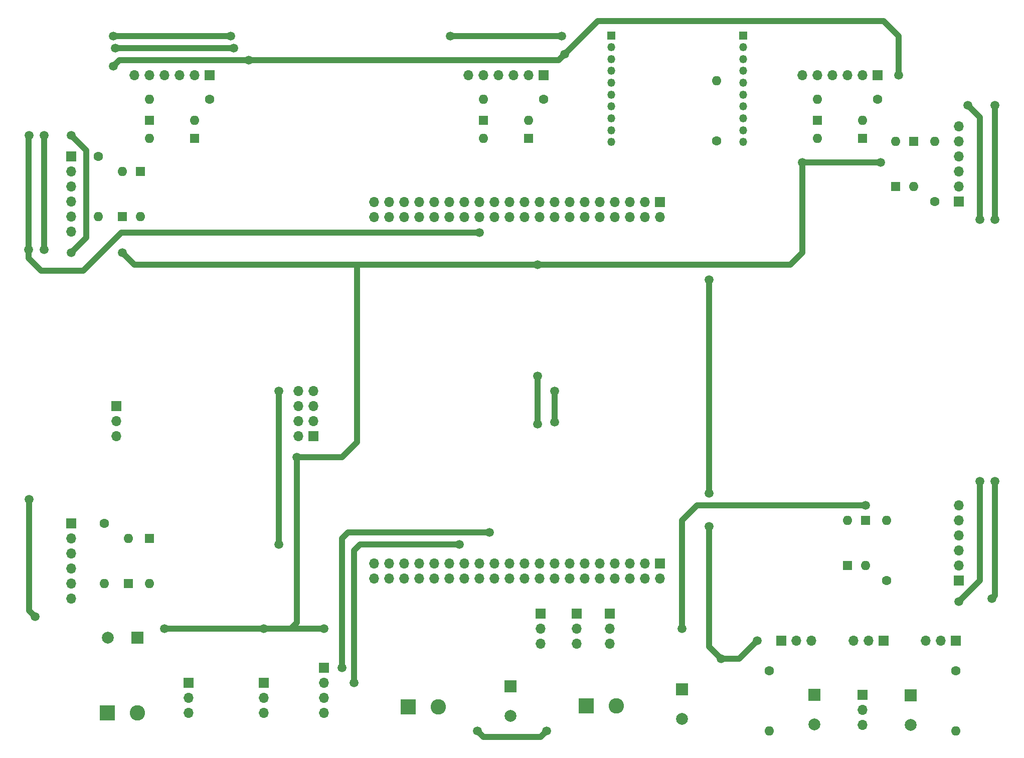
<source format=gbr>
%TF.GenerationSoftware,KiCad,Pcbnew,(5.1.6)-1*%
%TF.CreationDate,2024-02-14T18:37:27+01:00*%
%TF.ProjectId,AS_Spectrum_main,41535f53-7065-4637-9472-756d5f6d6169,rev?*%
%TF.SameCoordinates,Original*%
%TF.FileFunction,Copper,L1,Top*%
%TF.FilePolarity,Positive*%
%FSLAX46Y46*%
G04 Gerber Fmt 4.6, Leading zero omitted, Abs format (unit mm)*
G04 Created by KiCad (PCBNEW (5.1.6)-1) date 2024-02-14 18:37:27*
%MOMM*%
%LPD*%
G01*
G04 APERTURE LIST*
%TA.AperFunction,ComponentPad*%
%ADD10O,1.600000X1.600000*%
%TD*%
%TA.AperFunction,ComponentPad*%
%ADD11C,1.600000*%
%TD*%
%TA.AperFunction,ComponentPad*%
%ADD12O,1.700000X1.700000*%
%TD*%
%TA.AperFunction,ComponentPad*%
%ADD13R,1.700000X1.700000*%
%TD*%
%TA.AperFunction,ComponentPad*%
%ADD14R,2.600000X2.600000*%
%TD*%
%TA.AperFunction,ComponentPad*%
%ADD15C,2.600000*%
%TD*%
%TA.AperFunction,ComponentPad*%
%ADD16R,1.350000X1.350000*%
%TD*%
%TA.AperFunction,ComponentPad*%
%ADD17O,1.350000X1.350000*%
%TD*%
%TA.AperFunction,ComponentPad*%
%ADD18C,2.000000*%
%TD*%
%TA.AperFunction,ComponentPad*%
%ADD19R,2.000000X2.000000*%
%TD*%
%TA.AperFunction,ComponentPad*%
%ADD20R,1.600000X1.600000*%
%TD*%
%TA.AperFunction,ViaPad*%
%ADD21C,1.500000*%
%TD*%
%TA.AperFunction,Conductor*%
%ADD22C,1.000000*%
%TD*%
G04 APERTURE END LIST*
D10*
%TO.P,R5,2*%
%TO.N,OUT_B3*%
X85852000Y-67056000D03*
D11*
%TO.P,R5,1*%
%TO.N,NUC_B3*%
X96012000Y-67056000D03*
%TD*%
D12*
%TO.P,J10,40*%
%TO.N,NUC_B2*%
X123777999Y-86915001D03*
%TO.P,J10,39*%
%TO.N,NUC_B3*%
X123777999Y-84375001D03*
%TO.P,J10,38*%
%TO.N,NUC_B1*%
X126317999Y-86915001D03*
%TO.P,J10,37*%
%TO.N,NUC_B4*%
X126317999Y-84375001D03*
%TO.P,J10,36*%
%TO.N,Net-(J10-Pad36)*%
X128857999Y-86915001D03*
%TO.P,J10,35*%
%TO.N,Net-(J10-Pad35)*%
X128857999Y-84375001D03*
%TO.P,J10,34*%
%TO.N,Net-(J10-Pad34)*%
X131397999Y-86915001D03*
%TO.P,J10,33*%
%TO.N,Net-(J10-Pad33)*%
X131397999Y-84375001D03*
%TO.P,J10,32*%
%TO.N,NUC_B5*%
X133937999Y-86915001D03*
%TO.P,J10,31*%
%TO.N,Net-(J10-Pad31)*%
X133937999Y-84375001D03*
%TO.P,J10,30*%
%TO.N,NUC_B4.5*%
X136477999Y-86915001D03*
%TO.P,J10,29*%
%TO.N,Net-(J10-Pad29)*%
X136477999Y-84375001D03*
%TO.P,J10,28*%
%TO.N,Net-(J10-Pad28)*%
X139017999Y-86915001D03*
%TO.P,J10,27*%
%TO.N,Net-(J10-Pad27)*%
X139017999Y-84375001D03*
%TO.P,J10,26*%
%TO.N,+12V*%
X141557999Y-86915001D03*
%TO.P,J10,25*%
%TO.N,USER_BUTTON*%
X141557999Y-84375001D03*
%TO.P,J10,24*%
%TO.N,GND*%
X144097999Y-86915001D03*
%TO.P,J10,23*%
%TO.N,Net-(J10-Pad23)*%
X144097999Y-84375001D03*
%TO.P,J10,22*%
%TO.N,GND*%
X146637999Y-86915001D03*
%TO.P,J10,21*%
X146637999Y-84375001D03*
%TO.P,J10,20*%
%TO.N,5V_NUC*%
X149177999Y-86915001D03*
%TO.P,J10,19*%
%TO.N,Net-(J10-Pad19)*%
X149177999Y-84375001D03*
%TO.P,J10,18*%
%TO.N,3.3V_NUC*%
X151717999Y-86915001D03*
%TO.P,J10,17*%
%TO.N,Net-(J10-Pad17)*%
X151717999Y-84375001D03*
%TO.P,J10,16*%
%TO.N,Net-(J10-Pad16)*%
X154257999Y-86915001D03*
%TO.P,J10,15*%
%TO.N,Net-(J10-Pad15)*%
X154257999Y-84375001D03*
%TO.P,J10,14*%
%TO.N,Net-(J10-Pad14)*%
X156797999Y-86915001D03*
%TO.P,J10,13*%
%TO.N,Net-(J10-Pad13)*%
X156797999Y-84375001D03*
%TO.P,J10,12*%
%TO.N,Net-(J10-Pad12)*%
X159337999Y-86915001D03*
%TO.P,J10,11*%
%TO.N,Net-(J10-Pad11)*%
X159337999Y-84375001D03*
%TO.P,J10,10*%
%TO.N,Net-(J10-Pad10)*%
X161877999Y-86915001D03*
%TO.P,J10,9*%
%TO.N,Net-(J10-Pad9)*%
X161877999Y-84375001D03*
%TO.P,J10,8*%
%TO.N,Net-(J10-Pad8)*%
X164417999Y-86915001D03*
%TO.P,J10,7*%
%TO.N,Net-(J10-Pad7)*%
X164417999Y-84375001D03*
%TO.P,J10,6*%
%TO.N,GPIO2_STATUS*%
X166957999Y-86915001D03*
%TO.P,J10,5*%
%TO.N,RESET_N*%
X166957999Y-84375001D03*
%TO.P,J10,4*%
%TO.N,S3_RX*%
X169497999Y-86915001D03*
%TO.P,J10,3*%
%TO.N,S3_TX*%
X169497999Y-84375001D03*
%TO.P,J10,2*%
%TO.N,Net-(J10-Pad2)*%
X172037999Y-86915001D03*
D13*
%TO.P,J10,1*%
%TO.N,Net-(J10-Pad1)*%
X172037999Y-84375001D03*
%TD*%
D14*
%TO.P,J12,1*%
%TO.N,GND*%
X78740000Y-170688000D03*
D15*
%TO.P,J12,2*%
%TO.N,5V_POW*%
X83820000Y-170688000D03*
%TD*%
D13*
%TO.P,J14,1*%
%TO.N,Net-(J14-Pad1)*%
X172037999Y-145415000D03*
D12*
%TO.P,J14,2*%
%TO.N,Net-(J14-Pad2)*%
X172037999Y-147955000D03*
%TO.P,J14,3*%
%TO.N,Net-(J14-Pad3)*%
X169497999Y-145415000D03*
%TO.P,J14,4*%
%TO.N,Net-(J14-Pad4)*%
X169497999Y-147955000D03*
%TO.P,J14,5*%
%TO.N,Net-(J14-Pad5)*%
X166957999Y-145415000D03*
%TO.P,J14,6*%
%TO.N,Net-(J14-Pad6)*%
X166957999Y-147955000D03*
%TO.P,J14,7*%
%TO.N,CSN_nRF*%
X164417999Y-145415000D03*
%TO.P,J14,8*%
%TO.N,NUC_B6*%
X164417999Y-147955000D03*
%TO.P,J14,9*%
%TO.N,Net-(J14-Pad9)*%
X161877999Y-145415000D03*
%TO.P,J14,10*%
%TO.N,Net-(J14-Pad10)*%
X161877999Y-147955000D03*
%TO.P,J14,11*%
%TO.N,Net-(J14-Pad11)*%
X159337999Y-145415000D03*
%TO.P,J14,12*%
%TO.N,Net-(J14-Pad12)*%
X159337999Y-147955000D03*
%TO.P,J14,13*%
%TO.N,SCK*%
X156797999Y-145415000D03*
%TO.P,J14,14*%
%TO.N,MISC*%
X156797999Y-147955000D03*
%TO.P,J14,15*%
%TO.N,MISO*%
X154257999Y-145415000D03*
%TO.P,J14,16*%
%TO.N,COLORS*%
X154257999Y-147955000D03*
%TO.P,J14,17*%
%TO.N,MOSI*%
X151717999Y-145415000D03*
%TO.P,J14,18*%
%TO.N,MODE*%
X151717999Y-147955000D03*
%TO.P,J14,19*%
%TO.N,CE_nRF*%
X149177999Y-145415000D03*
%TO.P,J14,20*%
%TO.N,Net-(J14-Pad20)*%
X149177999Y-147955000D03*
%TO.P,J14,21*%
%TO.N,Net-(J14-Pad21)*%
X146637999Y-145415000D03*
%TO.P,J14,22*%
%TO.N,GND*%
X146637999Y-147955000D03*
%TO.P,J14,23*%
%TO.N,S1_TX*%
X144097999Y-145415000D03*
%TO.P,J14,24*%
%TO.N,Net-(J14-Pad24)*%
X144097999Y-147955000D03*
%TO.P,J14,25*%
%TO.N,Net-(J14-Pad25)*%
X141557999Y-145415000D03*
%TO.P,J14,26*%
%TO.N,LUM*%
X141557999Y-147955000D03*
%TO.P,J14,27*%
%TO.N,S1_RX*%
X139017999Y-145415000D03*
%TO.P,J14,28*%
%TO.N,Net-(J14-Pad28)*%
X139017999Y-147955000D03*
%TO.P,J14,29*%
%TO.N,Net-(J14-Pad29)*%
X136477999Y-145415000D03*
%TO.P,J14,30*%
%TO.N,Net-(J14-Pad30)*%
X136477999Y-147955000D03*
%TO.P,J14,31*%
%TO.N,Net-(J14-Pad31)*%
X133937999Y-145415000D03*
%TO.P,J14,32*%
%TO.N,LED_1*%
X133937999Y-147955000D03*
%TO.P,J14,33*%
%TO.N,Net-(J14-Pad33)*%
X131397999Y-145415000D03*
%TO.P,J14,34*%
%TO.N,Net-(J14-Pad34)*%
X131397999Y-147955000D03*
%TO.P,J14,35*%
%TO.N,IRQ_nRF*%
X128857999Y-145415000D03*
%TO.P,J14,36*%
%TO.N,Net-(J14-Pad36)*%
X128857999Y-147955000D03*
%TO.P,J14,37*%
%TO.N,Net-(J14-Pad37)*%
X126317999Y-145415000D03*
%TO.P,J14,38*%
%TO.N,Net-(J14-Pad38)*%
X126317999Y-147955000D03*
%TO.P,J14,39*%
%TO.N,Net-(J14-Pad39)*%
X123777999Y-145415000D03*
%TO.P,J14,40*%
%TO.N,Net-(J14-Pad40)*%
X123777999Y-147955000D03*
%TD*%
D13*
%TO.P,J22,1*%
%TO.N,GND*%
X113538000Y-123952000D03*
D12*
%TO.P,J22,2*%
%TO.N,3.3V_NUC*%
X110998000Y-123952000D03*
%TO.P,J22,3*%
%TO.N,CE_nRF*%
X113538000Y-121412000D03*
%TO.P,J22,4*%
%TO.N,CSN_nRF*%
X110998000Y-121412000D03*
%TO.P,J22,5*%
%TO.N,SCK*%
X113538000Y-118872000D03*
%TO.P,J22,6*%
%TO.N,MOSI*%
X110998000Y-118872000D03*
%TO.P,J22,7*%
%TO.N,MISO*%
X113538000Y-116332000D03*
%TO.P,J22,8*%
%TO.N,IRQ_nRF*%
X110998000Y-116332000D03*
%TD*%
D16*
%TO.P,J9,1*%
%TO.N,3.3V_NUC*%
X163830000Y-56261000D03*
D17*
%TO.P,J9,2*%
%TO.N,S3_RX*%
X163830000Y-58261000D03*
%TO.P,J9,3*%
%TO.N,S3_TX*%
X163830000Y-60261000D03*
%TO.P,J9,4*%
%TO.N,Net-(J9-Pad4)*%
X163830000Y-62261000D03*
%TO.P,J9,5*%
%TO.N,RESET_N*%
X163830000Y-64261000D03*
%TO.P,J9,6*%
%TO.N,Net-(J9-Pad6)*%
X163830000Y-66261000D03*
%TO.P,J9,7*%
%TO.N,Net-(J9-Pad7)*%
X163830000Y-68261000D03*
%TO.P,J9,8*%
%TO.N,Net-(J9-Pad8)*%
X163830000Y-70261000D03*
%TO.P,J9,9*%
%TO.N,Net-(J9-Pad9)*%
X163830000Y-72261000D03*
%TO.P,J9,10*%
%TO.N,GND*%
X163830000Y-74261000D03*
%TD*%
%TO.P,J11,10*%
%TO.N,Net-(J11-Pad10)*%
X186055000Y-74261000D03*
%TO.P,J11,9*%
%TO.N,Net-(J11-Pad9)*%
X186055000Y-72261000D03*
%TO.P,J11,8*%
%TO.N,GPIO2_STATUS*%
X186055000Y-70261000D03*
%TO.P,J11,7*%
%TO.N,Net-(J11-Pad7)*%
X186055000Y-68261000D03*
%TO.P,J11,6*%
%TO.N,Net-(J11-Pad6)*%
X186055000Y-66261000D03*
%TO.P,J11,5*%
%TO.N,Net-(J11-Pad5)*%
X186055000Y-64261000D03*
%TO.P,J11,4*%
%TO.N,Net-(J11-Pad4)*%
X186055000Y-62261000D03*
%TO.P,J11,3*%
%TO.N,Net-(J11-Pad3)*%
X186055000Y-60261000D03*
%TO.P,J11,2*%
%TO.N,Net-(J11-Pad2)*%
X186055000Y-58261000D03*
D16*
%TO.P,J11,1*%
%TO.N,Net-(J11-Pad1)*%
X186055000Y-56261000D03*
%TD*%
D11*
%TO.P,R1,1*%
%TO.N,GND*%
X181610000Y-74041000D03*
D10*
%TO.P,R1,2*%
%TO.N,Net-(J11-Pad5)*%
X181610000Y-63881000D03*
%TD*%
D18*
%TO.P,C1,2*%
%TO.N,Net-(C1-Pad2)*%
X214376000Y-172720000D03*
D19*
%TO.P,C1,1*%
%TO.N,Net-(C1-Pad1)*%
X214376000Y-167720000D03*
%TD*%
%TO.P,C3,1*%
%TO.N,Net-(C3-Pad1)*%
X198120000Y-167640000D03*
D18*
%TO.P,C3,2*%
%TO.N,Net-(C3-Pad2)*%
X198120000Y-172640000D03*
%TD*%
D19*
%TO.P,C4,1*%
%TO.N,GND*%
X146812000Y-166196000D03*
D18*
%TO.P,C4,2*%
%TO.N,-12V*%
X146812000Y-171196000D03*
%TD*%
D10*
%TO.P,D1,2*%
%TO.N,NUC_B1*%
X82296000Y-141224000D03*
D20*
%TO.P,D1,1*%
%TO.N,3.3V_NUC*%
X82296000Y-148844000D03*
%TD*%
%TO.P,D2,1*%
%TO.N,NUC_B1*%
X85852000Y-141224000D03*
D10*
%TO.P,D2,2*%
%TO.N,GND*%
X85852000Y-148844000D03*
%TD*%
%TO.P,D3,2*%
%TO.N,NUC_B3*%
X93472000Y-70612000D03*
D20*
%TO.P,D3,1*%
%TO.N,3.3V_NUC*%
X85852000Y-70612000D03*
%TD*%
%TO.P,D4,1*%
%TO.N,NUC_B3*%
X93472000Y-73660000D03*
D10*
%TO.P,D4,2*%
%TO.N,GND*%
X85852000Y-73660000D03*
%TD*%
%TO.P,D5,2*%
%TO.N,NUC_B4.5*%
X206248000Y-70612000D03*
D20*
%TO.P,D5,1*%
%TO.N,3.3V_NUC*%
X198628000Y-70612000D03*
%TD*%
%TO.P,D6,1*%
%TO.N,NUC_B4.5*%
X206248000Y-73660000D03*
D10*
%TO.P,D6,2*%
%TO.N,GND*%
X198628000Y-73660000D03*
%TD*%
D20*
%TO.P,D7,1*%
%TO.N,3.3V_NUC*%
X81280000Y-86868000D03*
D10*
%TO.P,D7,2*%
%TO.N,NUC_B2*%
X81280000Y-79248000D03*
%TD*%
%TO.P,D8,2*%
%TO.N,GND*%
X84328000Y-86868000D03*
D20*
%TO.P,D8,1*%
%TO.N,NUC_B2*%
X84328000Y-79248000D03*
%TD*%
%TO.P,D9,1*%
%TO.N,3.3V_NUC*%
X142240000Y-70612000D03*
D10*
%TO.P,D9,2*%
%TO.N,NUC_B4*%
X149860000Y-70612000D03*
%TD*%
%TO.P,D10,2*%
%TO.N,GND*%
X142240000Y-73660000D03*
D20*
%TO.P,D10,1*%
%TO.N,NUC_B4*%
X149860000Y-73660000D03*
%TD*%
D10*
%TO.P,D11,2*%
%TO.N,NUC_B5*%
X214884000Y-81788000D03*
D20*
%TO.P,D11,1*%
%TO.N,3.3V_NUC*%
X214884000Y-74168000D03*
%TD*%
D10*
%TO.P,D12,2*%
%TO.N,GND*%
X211836000Y-74168000D03*
D20*
%TO.P,D12,1*%
%TO.N,NUC_B5*%
X211836000Y-81788000D03*
%TD*%
%TO.P,D13,1*%
%TO.N,3.3V_NUC*%
X206756000Y-138176000D03*
D10*
%TO.P,D13,2*%
%TO.N,NUC_B6*%
X206756000Y-145796000D03*
%TD*%
D20*
%TO.P,D14,1*%
%TO.N,NUC_B6*%
X203708000Y-145796000D03*
D10*
%TO.P,D14,2*%
%TO.N,GND*%
X203708000Y-138176000D03*
%TD*%
D13*
%TO.P,J2,1*%
%TO.N,3.3V_NUC*%
X105156000Y-165608000D03*
D12*
%TO.P,J2,2*%
%TO.N,LUM*%
X105156000Y-168148000D03*
%TO.P,J2,3*%
%TO.N,GND*%
X105156000Y-170688000D03*
%TD*%
D13*
%TO.P,J6,1*%
%TO.N,5V_NUC*%
X192532000Y-158496000D03*
D12*
%TO.P,J6,2*%
%TO.N,GND*%
X195072000Y-158496000D03*
%TO.P,J6,3*%
%TO.N,Micro_In*%
X197612000Y-158496000D03*
%TD*%
%TO.P,J7,3*%
%TO.N,Net-(C1-Pad1)*%
X206248000Y-172720000D03*
%TO.P,J7,2*%
%TO.N,GND*%
X206248000Y-170180000D03*
D13*
%TO.P,J7,1*%
%TO.N,Net-(C3-Pad1)*%
X206248000Y-167640000D03*
%TD*%
D15*
%TO.P,J8,2*%
%TO.N,-12V*%
X134620000Y-169672000D03*
D14*
%TO.P,J8,1*%
%TO.N,GND*%
X129540000Y-169672000D03*
%TD*%
D13*
%TO.P,J13,1*%
%TO.N,Micro*%
X72644000Y-138684000D03*
D12*
%TO.P,J13,2*%
%TO.N,+12V*%
X72644000Y-141224000D03*
%TO.P,J13,3*%
%TO.N,GND*%
X72644000Y-143764000D03*
%TO.P,J13,4*%
%TO.N,-12V*%
X72644000Y-146304000D03*
%TO.P,J13,5*%
%TO.N,OUT_B1*%
X72644000Y-148844000D03*
%TO.P,J13,6*%
%TO.N,3.3V_NUC*%
X72644000Y-151384000D03*
%TD*%
D13*
%TO.P,J15,1*%
%TO.N,S1_TX*%
X115316000Y-163068000D03*
D12*
%TO.P,J15,2*%
%TO.N,S1_RX*%
X115316000Y-165608000D03*
%TO.P,J15,3*%
%TO.N,5V_NUC*%
X115316000Y-168148000D03*
%TO.P,J15,4*%
%TO.N,GND*%
X115316000Y-170688000D03*
%TD*%
%TO.P,J16,6*%
%TO.N,3.3V_NUC*%
X72644000Y-89408000D03*
%TO.P,J16,5*%
%TO.N,OUT_B2*%
X72644000Y-86868000D03*
%TO.P,J16,4*%
%TO.N,-12V*%
X72644000Y-84328000D03*
%TO.P,J16,3*%
%TO.N,GND*%
X72644000Y-81788000D03*
%TO.P,J16,2*%
%TO.N,+12V*%
X72644000Y-79248000D03*
D13*
%TO.P,J16,1*%
%TO.N,Micro*%
X72644000Y-76708000D03*
%TD*%
%TO.P,J17,1*%
%TO.N,Micro*%
X96012000Y-62992000D03*
D12*
%TO.P,J17,2*%
%TO.N,+12V*%
X93472000Y-62992000D03*
%TO.P,J17,3*%
%TO.N,GND*%
X90932000Y-62992000D03*
%TO.P,J17,4*%
%TO.N,-12V*%
X88392000Y-62992000D03*
%TO.P,J17,5*%
%TO.N,OUT_B3*%
X85852000Y-62992000D03*
%TO.P,J17,6*%
%TO.N,3.3V_NUC*%
X83312000Y-62992000D03*
%TD*%
%TO.P,J19,6*%
%TO.N,3.3V_NUC*%
X139700000Y-62992000D03*
%TO.P,J19,5*%
%TO.N,OUT_B4*%
X142240000Y-62992000D03*
%TO.P,J19,4*%
%TO.N,-12V*%
X144780000Y-62992000D03*
%TO.P,J19,3*%
%TO.N,GND*%
X147320000Y-62992000D03*
%TO.P,J19,2*%
%TO.N,+12V*%
X149860000Y-62992000D03*
D13*
%TO.P,J19,1*%
%TO.N,Micro*%
X152400000Y-62992000D03*
%TD*%
%TO.P,J20,1*%
%TO.N,Micro*%
X208788000Y-62992000D03*
D12*
%TO.P,J20,2*%
%TO.N,+12V*%
X206248000Y-62992000D03*
%TO.P,J20,3*%
%TO.N,GND*%
X203708000Y-62992000D03*
%TO.P,J20,4*%
%TO.N,-12V*%
X201168000Y-62992000D03*
%TO.P,J20,5*%
%TO.N,OUT_B4.5*%
X198628000Y-62992000D03*
%TO.P,J20,6*%
%TO.N,3.3V_NUC*%
X196088000Y-62992000D03*
%TD*%
D13*
%TO.P,J21,1*%
%TO.N,Micro*%
X222504000Y-84328000D03*
D12*
%TO.P,J21,2*%
%TO.N,+12V*%
X222504000Y-81788000D03*
%TO.P,J21,3*%
%TO.N,GND*%
X222504000Y-79248000D03*
%TO.P,J21,4*%
%TO.N,-12V*%
X222504000Y-76708000D03*
%TO.P,J21,5*%
%TO.N,OUT_B5*%
X222504000Y-74168000D03*
%TO.P,J21,6*%
%TO.N,3.3V_NUC*%
X222504000Y-71628000D03*
%TD*%
%TO.P,J23,6*%
%TO.N,3.3V_NUC*%
X222504000Y-135636000D03*
%TO.P,J23,5*%
%TO.N,OUT_B6*%
X222504000Y-138176000D03*
%TO.P,J23,4*%
%TO.N,-12V*%
X222504000Y-140716000D03*
%TO.P,J23,3*%
%TO.N,GND*%
X222504000Y-143256000D03*
%TO.P,J23,2*%
%TO.N,+12V*%
X222504000Y-145796000D03*
D13*
%TO.P,J23,1*%
%TO.N,Micro*%
X222504000Y-148336000D03*
%TD*%
%TO.P,J24,1*%
%TO.N,Jack*%
X209804000Y-158496000D03*
D12*
%TO.P,J24,2*%
%TO.N,Micro*%
X207264000Y-158496000D03*
%TO.P,J24,3*%
%TO.N,Micro_In*%
X204724000Y-158496000D03*
%TD*%
%TO.P,J25,3*%
%TO.N,GND*%
X216916000Y-158496000D03*
%TO.P,J25,2*%
%TO.N,Jack*%
X219456000Y-158496000D03*
D13*
%TO.P,J25,1*%
%TO.N,Net-(J25-Pad1)*%
X221996000Y-158496000D03*
%TD*%
D11*
%TO.P,R2,1*%
%TO.N,Net-(J25-Pad1)*%
X221996000Y-163576000D03*
D10*
%TO.P,R2,2*%
%TO.N,Net-(C1-Pad2)*%
X221996000Y-173736000D03*
%TD*%
%TO.P,R3,2*%
%TO.N,Net-(C3-Pad2)*%
X190500000Y-173736000D03*
D11*
%TO.P,R3,1*%
%TO.N,Net-(J25-Pad1)*%
X190500000Y-163576000D03*
%TD*%
D10*
%TO.P,R4,2*%
%TO.N,OUT_B1*%
X78232000Y-148844000D03*
D11*
%TO.P,R4,1*%
%TO.N,NUC_B1*%
X78232000Y-138684000D03*
%TD*%
%TO.P,R6,1*%
%TO.N,NUC_B4.5*%
X208788000Y-67056000D03*
D10*
%TO.P,R6,2*%
%TO.N,OUT_B4.5*%
X198628000Y-67056000D03*
%TD*%
D11*
%TO.P,R7,1*%
%TO.N,NUC_B2*%
X77216000Y-76708000D03*
D10*
%TO.P,R7,2*%
%TO.N,OUT_B2*%
X77216000Y-86868000D03*
%TD*%
D11*
%TO.P,R8,1*%
%TO.N,NUC_B4*%
X152400000Y-67056000D03*
D10*
%TO.P,R8,2*%
%TO.N,OUT_B4*%
X142240000Y-67056000D03*
%TD*%
D11*
%TO.P,R9,1*%
%TO.N,NUC_B5*%
X218440000Y-84328000D03*
D10*
%TO.P,R9,2*%
%TO.N,OUT_B5*%
X218440000Y-74168000D03*
%TD*%
%TO.P,R10,2*%
%TO.N,OUT_B6*%
X210312000Y-138176000D03*
D11*
%TO.P,R10,1*%
%TO.N,NUC_B6*%
X210312000Y-148336000D03*
%TD*%
D19*
%TO.P,C2,1*%
%TO.N,+12V*%
X175768000Y-166704000D03*
D18*
%TO.P,C2,2*%
%TO.N,GND*%
X175768000Y-171704000D03*
%TD*%
D13*
%TO.P,J1,1*%
%TO.N,MODE*%
X151892000Y-153924000D03*
D12*
%TO.P,J1,2*%
%TO.N,3.3V_NUC*%
X151892000Y-156464000D03*
%TO.P,J1,3*%
%TO.N,GND*%
X151892000Y-159004000D03*
%TD*%
%TO.P,J3,3*%
%TO.N,GND*%
X157988000Y-159004000D03*
%TO.P,J3,2*%
%TO.N,3.3V_NUC*%
X157988000Y-156464000D03*
D13*
%TO.P,J3,1*%
%TO.N,COLORS*%
X157988000Y-153924000D03*
%TD*%
%TO.P,J4,1*%
%TO.N,MISC*%
X163576000Y-153924000D03*
D12*
%TO.P,J4,2*%
%TO.N,3.3V_NUC*%
X163576000Y-156464000D03*
%TO.P,J4,3*%
%TO.N,GND*%
X163576000Y-159004000D03*
%TD*%
D14*
%TO.P,J5,1*%
%TO.N,GND*%
X159529001Y-169493001D03*
D15*
%TO.P,J5,2*%
%TO.N,+12V*%
X164609001Y-169493001D03*
%TD*%
D13*
%TO.P,J18,1*%
%TO.N,GND*%
X80264000Y-118872000D03*
D12*
%TO.P,J18,2*%
X80264000Y-121412000D03*
%TO.P,J18,3*%
X80264000Y-123952000D03*
%TD*%
%TO.P,J32,3*%
%TO.N,GND*%
X92456000Y-170688000D03*
%TO.P,J32,2*%
%TO.N,5V_POW*%
X92456000Y-168148000D03*
D13*
%TO.P,J32,1*%
%TO.N,LED_1*%
X92456000Y-165608000D03*
%TD*%
D19*
%TO.P,C5,1*%
%TO.N,5V_POW*%
X83820000Y-157988000D03*
D18*
%TO.P,C5,2*%
%TO.N,GND*%
X78820000Y-157988000D03*
%TD*%
D21*
%TO.N,5V_NUC*%
X182372000Y-161544000D03*
X188468000Y-158496000D03*
X192532000Y-158496000D03*
X180340000Y-97536000D03*
X180340000Y-97536000D03*
X180340000Y-133604000D03*
X180340000Y-139192000D03*
%TO.N,3.3V_NUC*%
X115316000Y-156464000D03*
X88392000Y-156464000D03*
X105156000Y-156464000D03*
X175768000Y-156464000D03*
X206755996Y-135636000D03*
X151384000Y-94996000D03*
X81280000Y-92963998D03*
X209296000Y-77724000D03*
X209296000Y-77724000D03*
X196088000Y-77724000D03*
X110744000Y-127508000D03*
X100076000Y-58420000D03*
X68072000Y-92456000D03*
X68072004Y-73152000D03*
X80087989Y-58420002D03*
%TO.N,MISO*%
X154257999Y-121586001D03*
X154257999Y-116332000D03*
%TO.N,MOSI*%
X151384000Y-121920000D03*
X151384000Y-113792000D03*
%TO.N,IRQ_nRF*%
X107696000Y-116332000D03*
X107696000Y-142240000D03*
%TO.N,+12V*%
X141557999Y-89582001D03*
X65531996Y-134620000D03*
X152908000Y-173736000D03*
X141223994Y-173736004D03*
X228600000Y-68072000D03*
X228599998Y-87376002D03*
X228600000Y-131572000D03*
X228092004Y-151384000D03*
X155448000Y-56388000D03*
X136652000Y-56388000D03*
X99568000Y-56388000D03*
X66548000Y-154432000D03*
X65458010Y-92456004D03*
X65532000Y-73151998D03*
X79746688Y-56388000D03*
%TO.N,Micro*%
X155956000Y-59435998D03*
X222504000Y-151892006D03*
X224028001Y-68071999D03*
X212344000Y-62992000D03*
X226060000Y-87376000D03*
X226060000Y-131572000D03*
X102616000Y-60452000D03*
X72644000Y-73152000D03*
X72644000Y-92964000D03*
X79756000Y-61468000D03*
%TO.N,S1_TX*%
X118364000Y-163068000D03*
X143256000Y-140208004D03*
%TO.N,S1_RX*%
X120396000Y-165608000D03*
X138176000Y-142240000D03*
%TD*%
D22*
%TO.N,5V_NUC*%
X182372000Y-161544000D02*
X185420000Y-161544000D01*
X185420000Y-161544000D02*
X188468000Y-158496000D01*
X180340000Y-97536000D02*
X180340000Y-133604000D01*
X180340000Y-159512000D02*
X182372000Y-161544000D01*
X180340000Y-139192000D02*
X180340000Y-159512000D01*
%TO.N,3.3V_NUC*%
X109728000Y-156464000D02*
X88392000Y-156464000D01*
X115316000Y-156464000D02*
X109728000Y-156464000D01*
X175768000Y-156464000D02*
X175768000Y-138176000D01*
X175768000Y-138176000D02*
X178308000Y-135636000D01*
X83312002Y-94996000D02*
X81280000Y-92963998D01*
X206755996Y-135636000D02*
X178308000Y-135636000D01*
X209296000Y-77724000D02*
X196088000Y-77724000D01*
X151384000Y-94996000D02*
X120904000Y-94996000D01*
X120904000Y-94996000D02*
X83312002Y-94996000D01*
X109728000Y-156464000D02*
X110744000Y-155448000D01*
X110744000Y-155448000D02*
X110744000Y-127508000D01*
X118364000Y-127508000D02*
X110744000Y-127508000D01*
X120904000Y-94996000D02*
X120904000Y-124968000D01*
X120904000Y-124968000D02*
X118364000Y-127508000D01*
X151384000Y-94996000D02*
X194056000Y-94996000D01*
X196088000Y-92964000D02*
X196088000Y-77724000D01*
X194056000Y-94996000D02*
X196088000Y-92964000D01*
X68072000Y-73152004D02*
X68072004Y-73152000D01*
X68072000Y-92456000D02*
X68072000Y-73152004D01*
X100076000Y-58420000D02*
X80087992Y-58419999D01*
X80087992Y-58419999D02*
X80087989Y-58420002D01*
%TO.N,MISO*%
X154257999Y-121586001D02*
X154257999Y-116332000D01*
%TO.N,MOSI*%
X151384000Y-121920000D02*
X151384000Y-113792000D01*
%TO.N,IRQ_nRF*%
X107696000Y-116332000D02*
X107696000Y-142240000D01*
%TO.N,+12V*%
X142239990Y-174752000D02*
X141223994Y-173736004D01*
X152908000Y-173736000D02*
X151892000Y-174752000D01*
X151892000Y-174752000D02*
X142239990Y-174752000D01*
X228600001Y-87375999D02*
X228599998Y-87376002D01*
X228600000Y-68072000D02*
X228600001Y-87375999D01*
X228600000Y-150876004D02*
X228092004Y-151384000D01*
X228600000Y-131572000D02*
X228600000Y-150876004D01*
X155448000Y-56388000D02*
X136652000Y-56388000D01*
X65531996Y-153415996D02*
X66548000Y-154432000D01*
X65531996Y-134620000D02*
X65531996Y-153415996D01*
X65458010Y-92456004D02*
X65458010Y-73225988D01*
X65458010Y-73225988D02*
X65532000Y-73151998D01*
X65458010Y-93906010D02*
X65458010Y-92456004D01*
X74676000Y-96012000D02*
X67564000Y-96012000D01*
X141557999Y-89582001D02*
X81105999Y-89582001D01*
X67564000Y-96012000D02*
X65458010Y-93906010D01*
X81105999Y-89582001D02*
X74676000Y-96012000D01*
X99568000Y-56388000D02*
X79746688Y-56388000D01*
%TO.N,Micro*%
X212344000Y-56388000D02*
X212344000Y-62992000D01*
X209804000Y-53848000D02*
X212344000Y-56388000D01*
X155956000Y-59435998D02*
X161543998Y-53848000D01*
X161543998Y-53848000D02*
X209804000Y-53848000D01*
X226060000Y-70103998D02*
X226060000Y-87376000D01*
X224028001Y-68071999D02*
X226060000Y-70103998D01*
X222504000Y-151892006D02*
X226060000Y-148336006D01*
X226060000Y-148336006D02*
X226060000Y-131572000D01*
X154939998Y-60452000D02*
X102616000Y-60452000D01*
X155956000Y-59435998D02*
X154939998Y-60452000D01*
X72644000Y-73152000D02*
X75184000Y-75692000D01*
X75184000Y-75692000D02*
X75184000Y-90424000D01*
X75184000Y-90424000D02*
X72644000Y-92964000D01*
X80772000Y-60452000D02*
X79756000Y-61468000D01*
X102616000Y-60452000D02*
X80772000Y-60452000D01*
%TO.N,S1_TX*%
X118364000Y-141224000D02*
X119379996Y-140208004D01*
X118364000Y-163068000D02*
X118364000Y-141224000D01*
X119379996Y-140208004D02*
X143256000Y-140208004D01*
%TO.N,S1_RX*%
X120396000Y-143256000D02*
X121412000Y-142240000D01*
X120396000Y-165608000D02*
X120396000Y-143256000D01*
X121412000Y-142240000D02*
X138176000Y-142240000D01*
%TD*%
M02*

</source>
